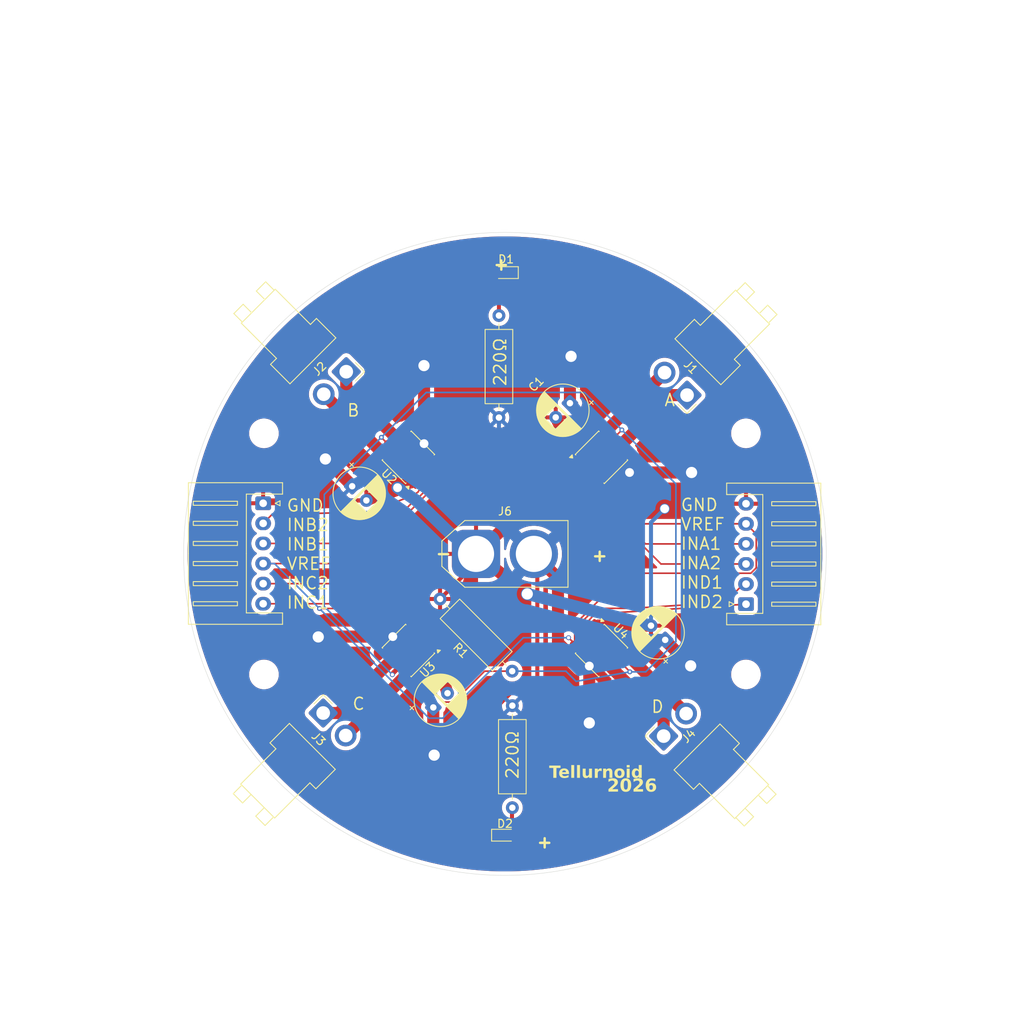
<source format=kicad_pcb>
(kicad_pcb (version 20241229) (generator "pcbnew") (generator_version "9.0")
  (layers (0 "F.Cu" signal) (2 "B.Cu" signal) (13 "F.Paste" user) (15 "B.Paste" user) (5 "F.SilkS" user "F.Silkscreen") (7 "B.SilkS" user "B.Silkscreen") (1 "F.Mask" user) (3 "B.Mask" user) (25 "Edge.Cuts" user))
  (net 0 "")
  (net 1 "Net-(D1-A)")
  (net 2 "Net-(J1-Pin_1)")
  (net 3 "GND")
  (net 4 "INA1")
  (net 5 "INA2")
  (net 6 "Net-(J1-Pin_2)")
  (net 7 "INB2")
  (net 8 "Net-(J2-Pin_1)")
  (net 9 "INB1")
  (net 10 "Net-(J2-Pin_2)")
  (net 11 "INC2")
  (net 12 "INC1")
  (net 13 "Net-(J3-Pin_1)")
  (net 14 "Net-(J3-Pin_2)")
  (net 15 "IND2")
  (net 16 "Net-(J4-Pin_2)")
  (net 17 "Net-(J4-Pin_1)")
  (net 18 "IND1")
  (net 19 "VREF")
  (net 20 "Net-(U1-RS)")
  (net 21 "Net-(D2-A)")
  (net 22 "VCC")
  (footprint "Connector_JST:JST_VH_B2PS-VH_1x02_P3.96mm_Horizontal" (layer "F.Cu") (at 171.213203 128.786797 135)
    (property "Reference" "J1" (at 0.077782 2.788542 135) (layer "F.SilkS"))
    (property "Value" "Conn_01x02_Socket")
    (pad "1" thru_hole roundrect (at -2.06 0 135) (size 2.7 2.7) (drill 1.7) (layers "*.Cu" "*.Mask") (roundrect_rratio 0.092593) (net 2 "Net-(J1-Pin_1)"))
    (pad "2" thru_hole circle (at 1.9 0 135) (size 2.7 2.7) (drill 1.7) (layers "*.Cu" "*.Mask") (net 6 "Net-(J1-Pin_2)"))
  )
  (footprint "Package_SO:HSOP-8-1EP_3.9x4.9mm_P1.27mm_EP2.3x2.3mm" (layer "F.Cu") (at 137.979185 162.020815 -135)
    (property "Reference" "U3" (at 0 -3.4 45) (layer "F.SilkS"))
    (property "Value" "~")
    (pad "1" smd roundrect (at -2.475 -1.905 225) (size 1.95 0.6) (layers "F.Cu" "F.Mask" "F.Paste") (net 3 "GND"))
    (pad "2" smd roundrect (at -2.475 -0.635 225) (size 1.95 0.6) (layers "F.Cu" "F.Mask" "F.Paste") (net 11 "INC2"))
    (pad "3" smd roundrect (at -2.475 0.635 225) (size 1.95 0.6) (layers "F.Cu" "F.Mask" "F.Paste") (net 12 "INC1"))
    (pad "4" smd roundrect (at -2.475 1.905 225) (size 1.95 0.6) (layers "F.Cu" "F.Mask" "F.Paste") (net 19 "VREF"))
    (pad "5" smd roundrect (at 2.475 1.905 225) (size 1.95 0.6) (layers "F.Cu" "F.Mask" "F.Paste") (net 22 "VCC"))
    (pad "6" smd roundrect (at 2.475 0.635 225) (size 1.95 0.6) (layers "F.Cu" "F.Mask" "F.Paste") (net 13 "Net-(J3-Pin_1)"))
    (pad "7" smd roundrect (at 2.475 -0.635 225) (size 1.95 0.6) (layers "F.Cu" "F.Mask" "F.Paste") (net 20 "Net-(U1-RS)"))
    (pad "8" smd roundrect (at 2.475 -1.905 225) (size 1.95 0.6) (layers "F.Cu" "F.Mask" "F.Paste") (net 14 "Net-(J3-Pin_2)"))
    (pad "9" smd rect (at 0 0 225) (size 2.3 2.3) (property pad_prop_heatsink) (layers "F.Cu" "F.Mask") (net 3 "GND"))
  )
  (footprint "MountingHole:MountingHole_3.2mm_M3" (layer "F.Cu") (at 180 135)
    (property "Reference" "H1" (hide yes))
    (property "Value" "MountingHole")
    (pad "" np_thru_hole circle (at 0 0) (size 3.2 3.2) (drill 3.2) (layers "*.Cu" "*.Mask"))
  )
  (footprint "LED_SMD:LED_0603_1608Metric_Pad1.05x0.95mm_HandSolder" (layer "F.Cu") (at 150 185)
    (property "Reference" "D2" (at 0 -1.43 0) (layer "F.SilkS"))
    (property "Value" "LED")
    (pad "1" smd roundrect (at -0.875 0) (size 1.05 0.95) (layers "F.Cu" "F.Mask" "F.Paste") (net 3 "GND"))
    (pad "2" smd roundrect (at 0.875 0) (size 1.05 0.95) (layers "F.Cu" "F.Mask" "F.Paste") (net 21 "Net-(D2-A)"))
  )
  (footprint "MountingHole:MountingHole_3.2mm_M3" (layer "F.Cu") (at 180 165)
    (property "Reference" "H4" (hide yes))
    (property "Value" "MountingHole")
    (pad "" np_thru_hole circle (at 0 0) (size 3.2 3.2) (drill 3.2) (layers "*.Cu" "*.Mask"))
  )
  (footprint "Resistor_THT:R_Axial_DIN0309_L9.0mm_D3.2mm_P12.70mm_Horizontal" (layer "F.Cu") (at 149.25 120.34 -90)
    (property "Reference" "R2" (hide yes))
    (property "Value" "R")
    (pad "1" thru_hole circle (at 0 0 270) (size 1.6 1.6) (drill 0.8) (layers "*.Cu" "*.Mask") (net 1 "Net-(D1-A)"))
    (pad "2" thru_hole circle (at 12.7 0 270) (size 1.6 1.6) (drill 0.8) (layers "*.Cu" "*.Mask") (net 22 "VCC"))
  )
  (footprint "Connector_JST:JST_XH_S6B-XH-A_1x06_P2.50mm_Horizontal" (layer "F.Cu") (at 120 150 -90)
    (property "Reference" "J7" (hide yes))
    (property "Value" "Conn_01x06_Socket")
    (pad "1" thru_hole roundrect (at -6.3 0.1 270) (size 1.7 1.95) (drill 0.95) (layers "*.Cu" "*.Mask") (roundrect_rratio 0.147059) (net 3 "GND"))
    (pad "2" thru_hole oval (at -3.8 0.1 270) (size 1.7 1.95) (drill 0.95) (layers "*.Cu" "*.Mask") (net 7 "INB2"))
    (pad "3" thru_hole oval (at -1.3 0.1 270) (size 1.7 1.95) (drill 0.95) (layers "*.Cu" "*.Mask") (net 9 "INB1"))
    (pad "4" thru_hole oval (at 1.2 0.1 270) (size 1.7 1.95) (drill 0.95) (layers "*.Cu" "*.Mask") (net 19 "VREF"))
    (pad "5" thru_hole oval (at 3.7 0.1 270) (size 1.7 1.95) (drill 0.95) (layers "*.Cu" "*.Mask") (net 11 "INC2"))
    (pad "6" thru_hole oval (at 6.2 0.1 270) (size 1.7 1.95) (drill 0.95) (layers "*.Cu" "*.Mask") (net 12 "INC1"))
  )
  (footprint "Capacitor_THT:CP_Radial_D6.3mm_P2.50mm" (layer "F.Cu") (at 158.088677 131.246117 -135)
    (property "Reference" "C1" (at 1.302759 4.640303 45) (layer "F.SilkS"))
    (property "Value" "C_Polarized_Small_US")
    (pad "1" thru_hole roundrect (at 0 0 225) (size 1.6 1.6) (drill 0.8) (layers "*.Cu" "*.Mask") (roundrect_rratio 0.15625) (net 22 "VCC"))
    (pad "2" thru_hole circle (at 2.5 0 225) (size 1.6 1.6) (drill 0.8) (layers "*.Cu" "*.Mask") (net 3 "GND"))
  )
  (footprint "Package_SO:HSOP-8-1EP_3.9x4.9mm_P1.27mm_EP2.3x2.3mm" (layer "F.Cu") (at 137.979185 137.979185 135)
    (property "Reference" "U2" (at 0 -3.4 135) (layer "F.SilkS"))
    (property "Value" "~")
    (pad "1" smd roundrect (at -2.475 -1.905 135) (size 1.95 0.6) (layers "F.Cu" "F.Mask" "F.Paste") (net 3 "GND"))
    (pad "2" smd roundrect (at -2.475 -0.635 135) (size 1.95 0.6) (layers "F.Cu" "F.Mask" "F.Paste") (net 7 "INB2"))
    (pad "3" smd roundrect (at -2.475 0.635 135) (size 1.95 0.6) (layers "F.Cu" "F.Mask" "F.Paste") (net 9 "INB1"))
    (pad "4" smd roundrect (at -2.475 1.905 135) (size 1.95 0.6) (layers "F.Cu" "F.Mask" "F.Paste") (net 19 "VREF"))
    (pad "5" smd roundrect (at 2.475 1.905 135) (size 1.95 0.6) (layers "F.Cu" "F.Mask" "F.Paste") (net 22 "VCC"))
    (pad "6" smd roundrect (at 2.475 0.635 135) (size 1.95 0.6) (layers "F.Cu" "F.Mask" "F.Paste") (net 8 "Net-(J2-Pin_1)"))
    (pad "7" smd roundrect (at 2.475 -0.635 135) (size 1.95 0.6) (layers "F.Cu" "F.Mask" "F.Paste") (net 20 "Net-(U1-RS)"))
    (pad "8" smd roundrect (at 2.475 -1.905 135) (size 1.95 0.6) (layers "F.Cu" "F.Mask" "F.Paste") (net 10 "Net-(J2-Pin_2)"))
    (pad "9" smd rect (at 0 0 135) (size 2.3 2.3) (property pad_prop_heatsink) (layers "F.Cu" "F.Mask") (net 3 "GND"))
  )
  (footprint "LED_SMD:LED_0603_1608Metric_Pad1.05x0.95mm_HandSolder" (layer "F.Cu") (at 150 115 180)
    (property "Reference" "D1" (at -0.1425 1.66 0) (layer "F.SilkS"))
    (property "Value" "LED")
    (pad "1" smd roundrect (at -0.875 0 180) (size 1.05 0.95) (layers "F.Cu" "F.Mask" "F.Paste") (net 3 "GND"))
    (pad "2" smd roundrect (at 0.875 0 180) (size 1.05 0.95) (layers "F.Cu" "F.Mask" "F.Paste") (net 1 "Net-(D1-A)"))
  )
  (footprint "MountingHole:MountingHole_3.2mm_M3" (layer "F.Cu") (at 120 135)
    (property "Reference" "H2" (hide yes))
    (property "Value" "MountingHole")
    (pad "" np_thru_hole circle (at 0 0) (size 3.2 3.2) (drill 3.2) (layers "*.Cu" "*.Mask"))
  )
  (footprint "MountingHole:MountingHole_3.2mm_M3" (layer "F.Cu") (at 120 165)
    (property "Reference" "H3" (hide yes))
    (property "Value" "MountingHole")
    (pad "" np_thru_hole circle (at 0 0) (size 3.2 3.2) (drill 3.2) (layers "*.Cu" "*.Mask"))
  )
  (footprint "Connector_JST:JST_VH_B2PS-VH_1x02_P3.96mm_Horizontal" (layer "F.Cu") (at 128.786797 171.213203 -45)
    (property "Reference" "J3" (at -0.13435 2.689547 135) (layer "F.SilkS"))
    (property "Value" "Conn_01x02_Socket")
    (pad "1" thru_hole roundrect (at -2.000001 0 315) (size 2.7 2.7) (drill 1.7) (layers "*.Cu" "*.Mask") (roundrect_rratio 0.092593) (net 13 "Net-(J3-Pin_1)"))
    (pad "2" thru_hole circle (at 1.96 0 315) (size 2.7 2.7) (drill 1.7) (layers "*.Cu" "*.Mask") (net 14 "Net-(J3-Pin_2)"))
  )
  (footprint "Resistor_THT:R_Axial_DIN0309_L9.0mm_D3.2mm_P12.70mm_Horizontal" (layer "F.Cu") (at 150.92 181.58 90)
    (property "Reference" "R3" (hide yes))
    (property "Value" "R")
    (pad "1" thru_hole circle (at 0 0 90) (size 1.6 1.6) (drill 0.8) (layers "*.Cu" "*.Mask") (net 21 "Net-(D2-A)"))
    (pad "2" thru_hole circle (at 12.7 0 90) (size 1.6 1.6) (drill 0.8) (layers "*.Cu" "*.Mask") (net 22 "VCC"))
  )
  (footprint "Connector_AMASS:AMASS_XT60-F_1x02_P7.20mm_Vertical" (layer "F.Cu") (at 150 150)
    (property "Reference" "J6" (at 0 -5.3 0) (layer "F.SilkS"))
    (property "Value" "Conn_01x02_Socket")
    (pad "1" thru_hole roundrect (at -3.6 0) (size 6 6) (drill 4.5) (layers "*.Cu" "*.Mask") (net 3 "GND"))
    (pad "2" thru_hole circle (at 3.6 0) (size 6 6) (drill 4.5) (layers "*.Cu" "*.Mask") (net 22 "VCC"))
  )
  (footprint "Connector_JST:JST_VH_B2PS-VH_1x02_P3.96mm_Horizontal" (layer "F.Cu") (at 171.213203 171.213203 45)
    (property "Reference" "J4" (at 0.141421 2.187501 45) (layer "F.SilkS"))
    (property "Value" "Conn_01x02_Socket")
    (pad "1" thru_hole roundrect (at -2.06 0 45) (size 2.7 2.7) (drill 1.7) (layers "*.Cu" "*.Mask") (roundrect_rratio 0.092593) (net 17 "Net-(J4-Pin_1)"))
    (pad "2" thru_hole circle (at 1.9 0 45) (size 2.7 2.7) (drill 1.7) (layers "*.Cu" "*.Mask") (net 16 "Net-(J4-Pin_2)"))
  )
  (footprint "Package_SO:HSOP-8-1EP_3.9x4.9mm_P1.27mm_EP2.3x2.3mm" (layer "F.Cu") (at 162.020815 137.979185 45)
    (property "Reference" "U1" (hide yes))
    (property "Value" "~")
    (pad "1" smd roundrect (at -2.475 -1.905 45) (size 1.95 0.6) (layers "F.Cu" "F.Mask" "F.Paste") (net 3 "GND"))
    (pad "2" smd roundrect (at -2.475 -0.635 45) (size 1.95 0.6) (layers "F.Cu" "F.Mask" "F.Paste") (net 5 "INA2"))
    (pad "3" smd roundrect (at -2.475 0.635 45) (size 1.95 0.6) (layers "F.Cu" "F.Mask" "F.Paste") (net 4 "INA1"))
    (pad "4" smd roundrect (at -2.475 1.905 45) (size 1.95 0.6) (layers "F.Cu" "F.Mask" "F.Paste") (net 19 "VREF"))
    (pad "5" smd roundrect (at 2.475 1.905 45) (size 1.95 0.6) (layers "F.Cu" "F.Mask" "F.Paste") (net 22 "VCC"))
    (pad "6" smd roundrect (at 2.475 0.635 45) (size 1.95 0.6) (layers "F.Cu" "F.Mask" "F.Paste") (net 2 "Net-(J1-Pin_1)"))
    (pad "7" smd roundrect (at 2.475 -0.635 45) (size 1.95 0.6) (layers "F.Cu" "F.Mask" "F.Paste") (net 20 "Net-(U1-RS)"))
    (pad "8" smd roundrect (at 2.475 -1.905 45) (size 1.95 0.6) (layers "F.Cu" "F.Mask" "F.Paste") (net 6 "Net-(J1-Pin_2)"))
    (pad "9" smd rect (at 0 0 45) (size 2.3 2.3) (property pad_prop_heatsink) (layers "F.Cu" "F.Mask") (net 3 "GND"))
  )
  (footprint "Connector_JST:JST_VH_B2PS-VH_1x02_P3.96mm_Horizontal" (layer "F.Cu") (at 128.786797 128.786797 -135)
    (property "Reference" "J2" (at 0.028284 2.611765 45) (layer "F.SilkS"))
    (property "Value" "Conn_01x02_Socket")
    (pad "1" thru_hole roundrect (at -2.06 0 225) (size 2.7 2.7) (drill 1.7) (layers "*.Cu" "*.Mask") (roundrect_rratio 0.092593) (net 8 "Net-(J2-Pin_1)"))
    (pad "2" thru_hole circle (at 1.9 0 225) (size 2.7 2.7) (drill 1.7) (layers "*.Cu" "*.Mask") (net 10 "Net-(J2-Pin_2)"))
  )
  (footprint "Package_SO:HSOP-8-1EP_3.9x4.9mm_P1.27mm_EP2.3x2.3mm" (layer "F.Cu") (at 162.020815 162.020815 -45)
    (property "Reference" "U4" (at 0 -3.4 135) (layer "F.SilkS"))
    (property "Value" "~")
    (pad "1" smd roundrect (at -2.475 -1.905 315) (size 1.95 0.6) (layers "F.Cu" "F.Mask" "F.Paste") (net 3 "GND"))
    (pad "2" smd roundrect (at -2.475 -0.635 315) (size 1.95 0.6) (layers "F.Cu" "F.Mask" "F.Paste") (net 15 "IND2"))
    (pad "3" smd roundrect (at -2.475 0.635 315) (size 1.95 0.6) (layers "F.Cu" "F.Mask" "F.Paste") (net 18 "IND1"))
    (pad "4" smd roundrect (at -2.475 1.905 315) (size 1.95 0.6) (layers "F.Cu" "F.Mask" "F.Paste") (net 19 "VREF"))
    (pad "5" smd roundrect (at 2.475 1.905 315) (size 1.95 0.6) (layers "F.Cu" "F.Mask" "F.Paste") (net 22 "VCC"))
    (pad "6" smd roundrect (at 2.475 0.635 315) (size 1.95 0.6) (layers "F.Cu" "F.Mask" "F.Paste") (net 17 "Net-(J4-Pin_1)"))
    (pad "7" smd roundrect (at 2.475 -0.635 315) (size 1.95 0.6) (layers "F.Cu" "F.Mask" "F.Paste") (net 20 "Net-(U1-RS)"))
    (pad "8" smd roundrect (at 2.475 -1.905 315) (size 1.95 0.6) (layers "F.Cu" "F.Mask" "F.Paste") (net 16 "Net-(J4-Pin_2)"))
    (pad "9" smd rect (at 0 0 315) (size 2.3 2.3) (property pad_prop_heatsink) (layers "F.Cu" "F.Mask") (net 3 "GND"))
  )
  (footprint "Capacitor_THT:CP_Radial_D6.3mm_P2.50mm" (layer "F.Cu") (at 169.947767 160.697767 135)
    (property "Reference" "C4" (hide yes))
    (property "Value" "C_Polarized_Small_US")
    (pad "1" thru_hole roundrect (at 0 0 135) (size 1.6 1.6) (drill 0.8) (layers "*.Cu" "*.Mask") (roundrect_rratio 0.15625) (net 22 "VCC"))
    (pad "2" thru_hole circle (at 2.5 0 135) (size 1.6 1.6) (drill 0.8) (layers "*.Cu" "*.Mask") (net 3 "GND"))
  )
  (footprint "Resistor_THT:R_Axial_DIN0309_L9.0mm_D3.2mm_P12.70mm_Horizontal" (layer "F.Cu") (at 150.9 164.59 135)
    (property "Reference" "R1" (at 6.350001 -2.72 135) (layer "F.SilkS"))
    (property "Value" "R")
    (pad "1" thru_hole circle (at 0 0 135) (size 1.6 1.6) (drill 0.8) (layers "*.Cu" "*.Mask") (net 20 "Net-(U1-RS)"))
    (pad "2" thru_hole circle (at 12.7 0 135) (size 1.6 1.6) (drill 0.8) (layers "*.Cu" "*.Mask") (net 3 "GND"))
  )
  (footprint "Capacitor_THT:CP_Radial_D6.3mm_P2.50mm" (layer "F.Cu") (at 141.081323 169.103883 45)
    (property "Reference" "C3" (hide yes))
    (property "Value" "C_Polarized_Small_US")
    (pad "1" thru_hole roundrect (at 0 0 45) (size 1.6 1.6) (drill 0.8) (layers "*.Cu" "*.Mask") (roundrect_rratio 0.15625) (net 22 "VCC"))
    (pad "2" thru_hole circle (at 2.5 0 45) (size 1.6 1.6) (drill 0.8) (layers "*.Cu" "*.Mask") (net 3 "GND"))
  )
  (footprint "Capacitor_THT:CP_Radial_D6.3mm_P2.50mm" (layer "F.Cu") (at 130.98 141.58 -45)
    (property "Reference" "C2" (hide yes))
    (property "Value" "C_Polarized_Small_US")
    (pad "1" thru_hole roundrect (at 0 0 315) (size 1.6 1.6) (drill 0.8) (layers "*.Cu" "*.Mask") (roundrect_rratio 0.15625) (net 22 "VCC"))
    (pad "2" thru_hole circle (at 2.5 0 315) (size 1.6 1.6) (drill 0.8) (layers "*.Cu" "*.Mask") (net 3 "GND"))
  )
  (footprint "Connector_JST:JST_XH_S6B-XH-A_1x06_P2.50mm_Horizontal" (layer "F.Cu") (at 180 150 90)
    (property "Reference" "J8" (hide yes))
    (property "Value" "Conn_01x06_Socket")
    (pad "1" thru_hole roundrect (at -6.255 0.01 90) (size 1.7 1.95) (drill 0.95) (layers "*.Cu" "*.Mask") (roundrect_rratio 0.147059) (net 15 "IND2"))
    (pad "2" thru_hole oval (at -3.755 0.01 90) (size 1.7 1.95) (drill 0.95) (layers "*.Cu" "*.Mask") (net 18 "IND1"))
    (pad "3" thru_hole oval (at -1.255 0.01 90) (size 1.7 1.95) (drill 0.95) (layers "*.Cu" "*.Mask") (net 5 "INA2"))
    (pad "4" thru_hole oval (at 1.245 0.01 90) (size 1.7 1.95) (drill 0.95) (layers "*.Cu" "*.Mask") (net 4 "INA1"))
    (pad "5" thru_hole oval (at 3.745 0.01 90) (size 1.7 1.95) (drill 0.95) (layers "*.Cu" "*.Mask") (net 19 "VREF"))
    (pad "6" thru_hole oval (at 6.245 0.01 90) (size 1.7 1.95) (drill 0.95) (layers "*.Cu" "*.Mask") (net 3 "GND"))
  )
  (gr_circle (center 150 150) (end 190 150) (stroke (width 0.05)) (fill no) (layer "Edge.Cuts"))
  (gr_text "A" (at 169.75 131.74 0) (layer "F.SilkS") (effects (font (size 1.5 1.5) (thickness 0.1875)) (justify left bottom)))
  (gr_text "GND\nVREF\nINA1\nINA2\nIND1\nIND2" (at 171.79 156.85 0) (layer "F.SilkS") (effects (font (size 1.5 1.5) (thickness 0.1875)) (justify left bottom)))
  (gr_text "Tellurnoid" (at 155.5 178.12 0) (layer "F.SilkS") (effects (font (size 1.5 1.5) (thickness 0.3) (bold yes)) (justify left bottom)))
  (gr_text "+" (at 160.67 151.07 0) (layer "F.SilkS") (effects (font (size 1.5 1.5) (thickness 0.3) (bold yes)) (justify left bottom)))
  (gr_text "+" (at 148.42 114.83 0) (layer "F.SilkS") (effects (font (size 1.5 1.5) (thickness 0.3) (bold yes)) (justify left bottom)))
  (gr_text "220Ω" (at 150.28 129.24 90) (layer "F.SilkS") (effects (font (size 1.5 1.5) (thickness 0.1875)) (justify left bottom)))
  (gr_text "GND\nINB2\nINB1\nVREF\nINC2\nINC1" (at 122.73 156.93 0) (layer "F.SilkS") (effects (font (size 1.5 1.5) (thickness 0.1875)) (justify left bottom)))
  (gr_text "C" (at 130.91 169.53 -0) (layer "F.SilkS") (effects (font (size 1.5 1.5) (thickness 0.1875)) (justify left bottom)))
  (gr_text "+" (at 153.82 186.72 0) (layer "F.SilkS") (effects (font (size 1.5 1.5) (thickness 0.3) (bold yes)) (justify left bottom)))
  (gr_text "220Ω" (at 151.81 178.12 90) (layer "F.SilkS") (effects (font (size 1.5 1.5) (thickness 0.1875)) (justify left bottom)))
  (gr_text "D" (at 168.12 169.89 -0) (layer "F.SilkS") (effects (font (size 1.5 1.5) (thickness 0.1875)) (justify left bottom)))
  (gr_text "-" (at 141.23 150.8 0) (layer "F.SilkS") (effects (font (size 1.5 1.5) (thickness 0.3) (bold yes)) (justify left bottom)))
  (gr_text "2026" (at 162.71 179.85 0) (layer "F.SilkS") (effects (font (size 1.6 1.6) (thickness 0.041667) (bold yes)) (justify left bottom)))
  (gr_text "B" (at 130.25 133.02 0) (layer "F.SilkS") (effects (font (size 1.5 1.5) (thickness 0.1875)) (justify left bottom)))
  (segment (start 149.25 115.125) (end 149.125 115) (width 0.5) (layer "F.Cu") (net 1))
  (segment (start 149.25 120.34) (end 149.25 115.125) (width 0.5) (layer "F.Cu") (net 1))
  (segment (start 170.654589 130.243437) (end 172.669843 130.243437) (width 1.5) (layer "F.Cu") (net 2))
  (segment (start 164.219917 136.678109) (end 170.654589 130.243437) (width 1.5) (layer "F.Cu") (net 2))
  (segment (start 141.919744 155.609744) (end 146.4 151.129488) (width 0.5) (layer "F.Cu") (net 3))
  (segment (start 146.4 150) (end 157.13 140.09) (width 1.5) (layer "F.Cu") (net 3))
  (segment (start 134.24 142.68) (end 132.747767 143.347767) (width 1.5) (layer "F.Cu") (net 3))
  (segment (start 146.4 150) (end 152.78 154.98) (width 1.5) (layer "F.Cu") (net 3))
  (segment (start 149.125 185) (end 149.125 168.905818) (width 0.5) (layer "F.Cu") (net 3))
  (segment (start 150.875 115) (end 150.875 145.525) (width 0.5) (layer "F.Cu") (net 3))
  (segment (start 144.31 158.58) (end 141.076313 161.617764) (width 1.5) (layer "F.Cu") (net 3))
  (segment (start 157.13 140.09) (end 158.923687 138.382236) (width 1.5) (layer "F.Cu") (net 3))
  (segment (start 150.875 145.525) (end 146.4 150) (width 0.5) (layer "F.Cu") (net 3))
  (segment (start 142.84909 167.336116) (end 141.63 163.48) (width 1.5) (layer "F.Cu") (net 3))
  (segment (start 146.4 150) (end 144.31 158.58) (width 1.5) (layer "F.Cu") (net 3))
  (segment (start 136.63 141.760304) (end 137.78 141.24) (width 1.5) (layer "F.Cu") (net 3))
  (segment (start 170.505 143.755) (end 169.88 144.38) (width 0.5) (layer "F.Cu") (net 3))
  (segment (start 136.63 141.760304) (end 134.24 142.68) (width 1.5) (layer "F.Cu") (net 3))
  (segment (start 149.125 168.905818) (end 152.78 165.250818) (width 0.5) (layer "F.Cu") (net 3))
  (segment (start 146.4 151.129488) (end 146.4 150) (width 0.5) (layer "F.Cu") (net 3))
  (segment (start 156.32091 133.013884) (end 157.3 134.94) (width 1.5) (layer "F.Cu") (net 3))
  (segment (start 152.78 165.250818) (end 152.78 154.98) (width 0.5) (layer "F.Cu") (net 3))
  (segment (start 157.3 134.94) (end 158.923687 138.382236) (width 1.5) (layer "F.Cu") (net 3))
  (segment (start 137.78 141.24) (end 138.382236 141.076313) (width 1.5) (layer "F.Cu") (net 3))
  (segment (start 180.01 143.755) (end 170.505 143.755) (width 0.5) (layer "F.Cu") (net 3))
  (segment (start 161.624077 158.93) (end 161.617764 158.923687) (width 1.5) (layer "F.Cu") (net 3))
  (segment (start 141.63 163.48) (end 141.076313 161.617764) (width 1.5) (layer "F.Cu") (net 3))
  (segment (start 119.9 143.7) (end 120.252233 143.347767) (width 0.5) (layer "F.Cu") (net 3))
  (segment (start 168.18 158.93) (end 161.624077 158.93) (width 1.5) (layer "F.Cu") (net 3))
  (segment (start 120.252233 143.347767) (end 132.747767 143.347767) (width 0.5) (layer "F.Cu") (net 3))
  (via (at 136.63 141.760304) (size 1.3) (drill 1.1) (layers "F.Cu" "B.Cu") (net 3))
  (via (at 169.88 144.38) (size 1.3) (drill 1.1) (layers "F.Cu" "B.Cu") (net 3))
  (via (at 152.78 154.98) (size 1.6) (drill 1.4) (layers "F.Cu" "B.Cu") (net 3))
  (segment (start 146.4 150.83) (end 146.4 150) (width 0.5) (layer "B.Cu") (net 3))
  (segment (start 158.15 156.37) (end 152.78 154.98) (width 1.5) (layer "B.Cu") (net 3))
  (segment (start 168.18 146.08) (end 168.18 158.93) (width 0.5) (layer "B.Cu") (net 3))
  (segment (start 169.88 144.38) (end 168.18 146.08) (width 0.5) (layer "B.Cu") (net 3))
  (segment (start 143.07 147.36) (end 146.4 150) (width 1.5) (layer "B.Cu") (net 3))
  (segment (start 136.63 141.760304) (end 138.96 143.36) (width 1.5) (layer "B.Cu") (net 3))
  (segment (start 138.96 143.36) (end 143.07 147.36) (width 1.5) (layer "B.Cu") (net 3))
  (segment (start 168.18 158.93) (end 158.15 156.37) (width 1.5) (layer "B.Cu") (net 3))
  (segment (start 167.491913 148.755) (end 160.474396 141.737483) (width 0.2) (layer "F.Cu") (net 4))
  (segment (start 180.01 148.755) (end 167.491913 148.755) (width 0.2) (layer "F.Cu") (net 4))
  (segment (start 160.474396 140.42363) (end 160.719739 140.178287) (width 0.2) (layer "F.Cu") (net 4))
  (segment (start 160.474396 141.737483) (end 160.474396 140.42363) (width 0.2) (layer "F.Cu") (net 4))
  (segment (start 169.424813 151.255) (end 180.01 151.255) (width 0.2) (layer "F.Cu") (net 5))
  (segment (start 159.576371 141.406558) (end 169.424813 151.255) (width 0.2) (layer "F.Cu") (net 5))
  (segment (start 159.576371 139.525603) (end 159.576371 141.406558) (width 0.2) (layer "F.Cu") (net 5))
  (segment (start 159.821713 139.280261) (end 159.576371 139.525603) (width 0.2) (layer "F.Cu") (net 5))
  (segment (start 162.423866 134.882057) (end 162.430937 134.882057) (width 1.5) (layer "F.Cu") (net 6))
  (segment (start 162.430937 134.882057) (end 169.8697 127.443294) (width 1.5) (layer "F.Cu") (net 6))
  (segment (start 134.49 144.17) (end 133.11 144.77) (width 0.2) (layer "F.Cu") (net 7))
  (segment (start 138.73 142.6) (end 137.45 143.15) (width 0.2) (layer "F.Cu") (net 7))
  (segment (start 137.45 143.15) (end 135.87 143.74) (width 0.2) (layer "F.Cu") (net 7))
  (segment (start 139.15 142.33) (end 138.73 142.6) (width 0.2) (layer "F.Cu") (net 7))
  (segment (start 133.11 144.77) (end 120.982717 145.117283) (width 0.2) (layer "F.Cu") (net 7))
  (segment (start 120.982717 145.117283) (end 119.9 146.2) (width 0.2) (layer "F.Cu") (net 7))
  (segment (start 139.7 141.51) (end 139.15 142.33) (width 0.2) (layer "F.Cu") (net 7))
  (segment (start 135.87 143.74) (end 134.49 144.17) (width 0.2) (layer "F.Cu") (net 7))
  (segment (start 139.525604 140.42363) (end 139.7 141.51) (width 0.2) (layer "F.Cu") (net 7))
  (segment (start 139.280261 140.178287) (end 139.525604 140.42363) (width 0.2) (layer "F.Cu") (net 7))
  (segment (start 120.32 146.2) (end 119.9 146.2) (width 0.2) (layer "B.Cu") (net 7))
  (segment (start 136.678109 135.780083) (end 130.243437 129.345411) (width 1.5) (layer "F.Cu") (net 8))
  (segment (start 130.243437 129.345411) (end 130.243437 127.330157) (width 1.5) (layer "F.Cu") (net 8))
  (segment (start 139.1 142.97) (end 133.37 148.7) (width 0.2) (layer "F.Cu") (net 9))
  (segment (start 140.423629 141.796371) (end 139.34 142.88) (width 0.2) (layer "F.Cu") (net 9))
  (segment (start 133.37 148.7) (end 119.9 148.7) (width 0.2) (layer "F.Cu") (net 9))
  (segment (start 139.34 142.9) (end 139.1 142.97) (width 0.2) (layer "F.Cu") (net 9))
  (segment (start 140.423629 139.525603) (end 140.423629 141.796371) (width 0.2) (layer "F.Cu") (net 9))
  (segment (start 139.34 142.88) (end 139.34 142.9) (width 0.2) (layer "F.Cu") (net 9))
  (segment (start 140.178287 139.280261) (end 140.423629 139.525603) (width 0.2) (layer "F.Cu") (net 9))
  (segment (start 134.882057 137.576134) (end 134.882057 137.569063) (width 1.5) (layer "F.Cu") (net 10))
  (segment (start 134.882057 137.569063) (end 127.443294 130.1303) (width 1.5) (layer "F.Cu") (net 10))
  (segment (start 140.178287 160.719739) (end 140.423629 160.474397) (width 0.2) (layer "F.Cu") (net 11))
  (segment (start 136.0471 153.7) (end 119.9 153.7) (width 0.2) (layer "F.Cu") (net 11))
  (segment (start 140.423629 158.076529) (end 136.0471 153.7) (width 0.2) (layer "F.Cu") (net 11))
  (segment (start 140.423629 160.474397) (end 140.423629 158.076529) (width 0.2) (layer "F.Cu") (net 11))
  (segment (start 139.56 159.541974) (end 139.280261 159.821713) (width 0.2) (layer "F.Cu") (net 12))
  (segment (start 137.98 156.2) (end 139.56 157.78) (width 0.2) (layer "F.Cu") (net 12))
  (segment (start 119.9 156.2) (end 137.98 156.2) (width 0.2) (layer "F.Cu") (net 12))
  (segment (start 139.56 157.78) (end 139.56 159.541974) (width 0.2) (layer "F.Cu") (net 12))
  (segment (start 135.780083 163.321891) (end 129.302985 169.798989) (width 1.5) (layer "F.Cu") (net 13))
  (segment (start 129.302985 169.798989) (end 127.372583 169.798989) (width 1.5) (layer "F.Cu") (net 13))
  (segment (start 137.576134 165.117943) (end 137.576134 165.195724) (width 1.5) (layer "F.Cu") (net 14))
  (segment (start 137.576134 165.195724) (end 130.172726 172.599132) (width 1.5) (layer "F.Cu") (net 14))
  (segment (start 161.14 157.48) (end 180.01 156.255) (width 0.2) (layer "F.Cu") (net 15))
  (segment (start 160.719739 159.821713) (end 160.474396 159.57637) (width 0.2) (layer "F.Cu") (net 15))
  (segment (start 160.474396 159.57637) (end 160.474396 158.262517) (width 0.2) (layer "F.Cu") (net 15))
  (segment (start 160.474396 158.262517) (end 161.14 157.48) (width 0.2) (layer "F.Cu") (net 15))
  (segment (start 165.117943 162.423866) (end 165.117943 162.430937) (width 1.5) (layer "F.Cu") (net 16))
  (segment (start 165.117943 162.430937) (end 172.556706 169.8697) (width 1.5) (layer "F.Cu") (net 16))
  (segment (start 163.321891 164.219917) (end 169.756563 170.654589) (width 1.5) (layer "F.Cu") (net 17))
  (segment (start 169.756563 170.654589) (end 169.756563 172.669843) (width 1.5) (layer "F.Cu") (net 17))
  (segment (start 165.829853 156.7737) (end 177.418617 156.021383) (width 0.2) (layer "F.Cu") (net 18))
  (segment (start 161.265174 156.7737) (end 165.829853 156.7737) (width 0.2) (layer "F.Cu") (net 18))
  (segment (start 159.821713 160.719739) (end 159.576371 160.474397) (width 0.2) (layer "F.Cu") (net 18))
  (segment (start 159.576371 158.462503) (end 161.265174 156.7737) (width 0.2) (layer "F.Cu") (net 18))
  (segment (start 179.685 153.755) (end 180.01 153.755) (width 0.2) (layer "F.Cu") (net 18))
  (segment (start 159.576371 160.474397) (end 159.576371 158.462503) (width 0.2) (layer "F.Cu") (net 18))
  (segment (start 177.418617 156.021383) (end 179.685 153.755) (width 0.2) (layer "F.Cu") (net 18))
  (segment (start 138.382236 158.923687) (end 138.382236 158.222236) (width 0.2) (layer "F.Cu") (net 19))
  (segment (start 141.321655 141.528533) (end 141.321655 138.627578) (width 0.2) (layer "F.Cu") (net 19))
  (segment (start 126.92 156.79) (end 126.91 156.8) (width 0.2) (layer "F.Cu") (net 19))
  (segment (start 141.321655 138.627578) (end 141.076313 138.382236) (width 0.2) (layer "F.Cu") (net 19))
  (segment (start 138.382236 158.222236) (end 136.98 156.82) (width 0.2) (layer "F.Cu") (net 19))
  (segment (start 180.61176 152.406) (end 181.286 151.73176) (width 0.2) (layer "F.Cu") (net 19))
  (segment (start 158.678345 158.793429) (end 165.065774 152.406) (width 0.2) (layer "F.Cu") (net 19))
  (segment (start 180.01 146.255) (end 166.796451 146.255) (width 0.2) (layer "F.Cu") (net 19))
  (segment (start 166.796451 146.255) (end 161.617764 141.076313) (width 0.2) (layer "F.Cu") (net 19))
  (segment (start 119.9 151.2) (end 131.650188 151.2) (width 0.2) (layer "F.Cu") (net 19))
  (segment (start 165.065774 152.406) (end 180.61176 152.406) (width 0.2) (layer "F.Cu") (net 19))
  (segment (start 158.923687 161.433687) (end 157.92 160.43) (width 0.2) (layer "F.Cu") (net 19))
  (segment (start 181.286 147.531) (end 180.01 146.255) (width 0.2) (layer "F.Cu") (net 19))
  (segment (start 131.650188 151.2) (end 141.321655 141.528533) (width 0.2) (layer "F.Cu") (net 19))
  (segment (start 136.95 156.79) (end 126.92 156.79) (width 0.2) (layer "F.Cu") (net 19))
  (segment (start 136.98 156.82) (end 136.95 156.79) (width 0.2) (layer "F.Cu") (net 19))
  (segment (start 158.923687 161.617764) (end 158.923687 161.433687) (width 0.2) (layer "F.Cu") (net 19))
  (segment (start 181.286 151.73176) (end 181.286 147.531) (width 0.2) (layer "F.Cu") (net 19))
  (segment (start 158.678345 161.372422) (end 158.678345 158.793429) (width 0.2) (layer "F.Cu") (net 19))
  (segment (start 158.923687 161.617764) (end 158.678345 161.372422) (width 0.2) (layer "F.Cu") (net 19))
  (via (at 157.92 160.43) (size 0.6) (drill 0.4) (layers "F.Cu" "B.Cu") (net 19))
  (via (at 126.91 156.8) (size 0.6) (drill 0.3) (layers "F.Cu" "B.Cu") (net 19))
  (segment (start 119.9 151.2) (end 121.31 151.2) (width 0.2) (layer "B.Cu") (net 19))
  (segment (start 157.92 160.43) (end 152.28 160.43) (width 0.2) (layer "B.Cu") (net 19))
  (segment (start 142.272402 170.437598) (end 140.547598 170.437598) (width 0.2) (layer "B.Cu") (net 19))
  (segment (start 152.28 160.43) (end 142.272402 170.437598) (width 0.2) (layer "B.Cu") (net 19))
  (segment (start 121.31 151.2) (end 126.91 156.8) (width 0.2) (layer "B.Cu") (net 19))
  (segment (start 140.547598 170.437598) (end 126.91 156.8) (width 0.2) (layer "B.Cu") (net 19))
  (segment (start 143.62 168.437116) (end 147.467116 164.59) (width 0.2) (layer "F.Cu") (net 20))
  (segment (start 138.237304 163.974575) (end 136.923451 163.974575) (width 0.2) (layer "F.Cu") (net 20))
  (segment (start 165.544871 164.675129) (end 165.544871 164.646845) (width 0.2) (layer "F.Cu") (net 20))
  (segment (start 165.544871 164.646845) (end 164.219917 163.321891) (width 0.2) (layer "F.Cu") (net 20))
  (segment (start 134.620129 135.489871) (end 134.620129 135.518155) (width 0.2) (layer "F.Cu") (net 20))
  (segment (start 138.719502 164.456773) (end 138.237304 163.974575) (width 0.2) (layer "F.Cu") (net 20))
  (segment (start 163.321891 135.780083) (end 163.350175 135.780083) (width 0.2) (layer "F.Cu") (net 20))
  (segment (start 138.719502 164.763578) (end 138.719502 164.456773) (width 0.2) (layer "F.Cu") (net 20))
  (segment (start 134.620129 135.518155) (end 135.780083 136.678109) (width 0.2) (layer "F.Cu") (net 20))
  (segment (start 147.467116 164.59) (end 150.9 164.59) (width 0.2) (layer "F.Cu") (net 20))
  (segment (start 136.923451 163.974575) (end 136.678109 164.219917) (width 0.2) (layer "F.Cu") (net 20))
  (segment (start 135.98131 165.02278) (end 135.98131 164.916716) (width 0.2) (layer "F.Cu") (net 20))
  (segment (start 135.98131 164.916716) (end 136.678109 164.219917) (width 0.2) (layer "F.Cu") (net 20))
  (segment (start 143.62 168.437116) (end 142.39304 168.437116) (width 0.2) (layer "F.Cu") (net 20))
  (segment (start 163.350175 135.780083) (end 164.555129 134.575129) (width 0.2) (layer "F.Cu") (net 20))
  (segment (start 142.39304 168.437116) (end 138.719502 164.763578) (width 0.2) (layer "F.Cu") (net 20))
  (via (at 134.620129 135.489871) (size 0.6) (drill 0.3) (layers "F.Cu" "B.Cu") (net 20))
  (via (at 135.98131 165.02278) (size 0.6) (drill 0.4) (layers "F.Cu" "B.Cu") (net 20))
  (via (at 164.555129 134.575129) (size 0.6) (drill 0.3) (layers "F.Cu" "B.Cu") (net 20))
  (via (at 165.544871 164.675129) (size 0.6) (drill 0.3) (layers "F.Cu" "B.Cu") (net 20))
  (segment (start 158.85 165.86) (end 157.58 164.59) (width 0.2) (layer "B.Cu") (net 20))
  (segment (start 140.197598 129.912402) (end 134.620129 135.489871) (width 0.2) (layer "B.Cu") (net 20))
  (segment (start 171.281482 160.921102) (end 167.527455 164.675129) (width 0.2) (layer "B.Cu") (net 20))
  (segment (start 171.281482 141.301482) (end 171.281482 160.921102) (width 0.2) (layer "B.Cu") (net 20))
  (segment (start 157.58 164.59) (end 150.9 164.59) (width 0.2) (layer "B.Cu") (net 20))
  (segment (start 164.555129 134.575129) (end 159.892402 129.912402) (width 0.2) (layer "B.Cu") (net 20))
  (segment (start 167.527455 164.675129) (end 165.544871 164.675129) (width 0.2) (layer "B.Cu") (net 20))
  (segment (start 127.511 156.55247) (end 135.98131 165.02278) (width 0.2) (layer "B.Cu") (net 20))
  (segment (start 159.892402 129.912402) (end 140.197598 129.912402) (width 0.2) (layer "B.Cu") (net 20))
  (segment (start 164.555129 134.575129) (end 171.281482 141.301482) (width 0.2) (layer "B.Cu") (net 20))
  (segment (start 158.85 165.86) (end 165.544871 164.675129) (width 0.2) (layer "B.Cu") (net 20))
  (segment (start 134.620129 135.489871) (end 127.511 142.599) (width 0.2) (layer "B.Cu") (net 20))
  (segment (start 127.511 142.599) (end 127.511 156.55247) (width 0.2) (layer "B.Cu") (net 20))
  (segment (start 150.875 185) (end 150.875 181.625) (width 0.5) (layer "F.Cu") (net 21))
  (segment (start 150.875 181.625) (end 150.92 181.58) (width 0.5) (layer "F.Cu") (net 21))
  (segment (start 136.04 160.29) (end 136.04 160.656396) (width 1.5) (layer "F.Cu") (net 22))
  (segment (start 169.947767 160.757767) (end 173.12 163.93) (width 1.5) (layer "F.Cu") (net 22))
  (segment (start 165.51 137.968191) (end 165.422706 137.880897) (width 1.5) (layer "F.Cu") (net 22))
  (segment (start 141.081323 174.931323) (end 141.19 175.04) (width 1.5) (layer "F.Cu") (net 22))
  (segment (start 156.6 153) (end 153.6 150) (width 1.5) (layer "F.Cu") (net 22))
  (segment (start 136.04 160.656396) (end 134.41 162.28) (width 1.5) (layer "F.Cu") (net 22))
  (segment (start 130.98 141.52) (end 127.65 138.19) (width 1.5) (layer "F.Cu") (net 22))
  (segment (start 130.98 141.58) (end 130.98 141.52) (width 1.5) (layer "F.Cu") (net 22))
  (segment (start 139.583604 136.28) (end 137.880897 134.577293) (width 1.5) (layer "F.Cu") (net 22))
  (segment (start 160.5 163.95) (end 160.5 171.03) (width 1.5) (layer "F.Cu") (net 22))
  (segment (start 126.8 160.29) (end 126.76 160.33) (width 1.5) (layer "F.Cu") (net 22))
  (segment (start 139.93 126.58) (end 139.92 126.57) (width 1.5) (layer "F.Cu") (net 22))
  (segment (start 136.04 160.29) (end 126.8 160.29) (width 1.5) (layer "F.Cu") (net 22))
  (segment (start 165.51 139.87) (end 165.51 137.968191) (width 1.5) (layer "F.Cu") (net 22))
  (segment (start 141.081323 169.103883) (end 141.081323 174.931323) (width 1.5) (layer "F.Cu") (net 22))
  (segment (start 159.486741 163.95) (end 156.6 161.063259) (width 1.5) (layer "F.Cu") (net 22))
  (segment (start 169.947767 160.697767) (end 169.947767 160.757767) (width 1.5) (layer "F.Cu") (net 22))
  (segment (start 160.646396 163.95) (end 162.119103 165.422707) (width 1.5) (layer "F.Cu") (net 22))
  (segment (start 156.6 161.063259) (end 156.6 153) (width 1.5) (layer "F.Cu") (net 22))
  (segment (start 139.93 136.28) (end 139.93 126.58) (width 1.5) (layer "F.Cu") (net 22))
  (segment (start 154.031 165.769) (end 154.031 150.431) (width 0.5) (layer "F.Cu") (net 22))
  (segment (start 154.031 150.431) (end 153.6 150) (width 0.5) (layer "F.Cu") (net 22))
  (segment (start 160.5 163.95) (end 159.486741 163.95) (width 1.5) (layer "F.Cu") (net 22))
  (segment (start 160.5 163.95) (end 160.646396 163.95) (width 1.5) (layer "F.Cu") (net 22))
  (segment (start 150.92 168.88) (end 154.031 165.769) (width 0.5) (layer "F.Cu") (net 22))
  (segment (start 158.088677 131.246117) (end 158.088677 125.561323) (width 1.5) (layer "F.Cu") (net 22))
  (segment (start 139.93 136.28) (end 139.583604 136.28) (width 1.5) (layer "F.Cu") (net 22))
  (segment (start 158.088677 125.561323) (end 158.23 125.42) (width 1.5) (layer "F.Cu") (net 22))
  (segment (start 165.51 139.87) (end 173.23 139.87) (width 1.5) (layer "F.Cu") (net 22))
  (via (at 160.5 163.95) (size 1.3) (drill 1.1) (layers "F.Cu" "B.Cu") (net 22))
  (via (at 173.12 163.93) (size 1.6) (drill 1.4) (layers "F.Cu" "B.Cu") (net 22))
  (via (at 127.65 138.19) (size 1.6) (drill 1.4) (layers "F.Cu" "B.Cu") (net 22))
  (via (at 139.93 136.28) (size 1.3) (drill 1.1) (layers "F.Cu" "B.Cu") (net 22))
  (via (at 141.19 175.04) (size 1.6) (drill 1.4) (layers "F.Cu" "B.Cu") (net 22))
  (via (at 160.5 171.03) (size 1.6) (drill 1.4) (layers "F.Cu" "B.Cu") (net 22))
  (via (at 139.92 126.57) (size 1.6) (drill 1.4) (layers "F.Cu" "B.Cu") (net 22))
  (via (at 165.51 139.87) (size 1.3) (drill 1.1) (layers "F.Cu" "B.Cu") (net 22))
  (via (at 173.23 139.87) (size 1.6) (drill 1.4) (layers "F.Cu" "B.Cu") (net 22))
  (via (at 158.23 125.42) (size 1.6) (drill 1.4) (layers "F.Cu" "B.Cu") (net 22))
  (via (at 136.04 160.29) (size 1.3) (drill 1.1) (layers "F.Cu" "B.Cu") (net 22))
  (via (at 126.76 160.33) (size 1.6) (drill 1.4) (layers "F.Cu" "B.Cu") (net 22))
  (segment (start 153.6 150) (end 161.96 143.3) (width 1.5) (layer "B.Cu") (net 22))
  (segment (start 160.52 134.16) (end 165.51 139.87) (width 1.5) (layer "B.Cu") (net 22))
  (segment (start 163.752233 160.697767) (end 160.5 163.95) (width 1.5) (layer "B.Cu") (net 22))
  (segment (start 141.081323 169.103883) (end 139.18 165.28) (width 1.5) (layer "B.Cu") (net 22))
  (segment (start 161.96 143.3) (end 165.51 139.87) (width 1.5) (layer "B.Cu") (net 22))
  (segment (start 153.6 150) (end 139.93 136.33) (width 1.5) (layer "B.Cu") (net 22))
  (segment (start 169.947767 160.697767) (end 163.752233 160.697767) (width 1.5) (layer "B.Cu") (net 22))
  (segment (start 149.25 145.65) (end 153.6 150) (width 0.5) (layer "B.Cu") (net 22))
  (segment (start 158.088677 131.246117) (end 160.52 134.16) (width 1.5) (layer "B.Cu") (net 22))
  (segment (start 153.6 150) (end 149.95 154.62) (width 1.5) (layer "B.Cu") (net 22))
  (segment (start 134.62 139.62) (end 139.93 136.28) (width 1.5) (layer "B.Cu") (net 22))
  (segment (start 149.95 154.62) (end 136.04 160.29) (width 1.5) (layer "B.Cu") (net 22))
  (segment (start 149.25 133.04) (end 149.25 145.65) (width 0.5) (layer "B.Cu") (net 22))
  (segment (start 130.98 141.58) (end 134.62 139.62) (width 1.5) (layer "B.Cu") (net 22))
  (segment (start 139.93 136.33) (end 139.93 136.28) (width 1.5) (layer "B.Cu") (net 22))
  (segment (start 139.18 165.28) (end 136.04 160.29) (width 1.5) (layer "B.Cu") (net 22))
  (zone (net 3) (net_name "GND") (layer "F.Cu") (priority 1) (connect_pads (clearance 0.5)) (min_thickness 0.25) (fill yes (thermal_gap 0.5) (thermal_bridge_width 0.5))
    (polygon (pts (xy 109.79 112.85) (xy 101.44 125.68) (xy 87.14 167.47) (xy 98.86 200.8) (xy 196.36 208.51) (xy 214.26 189.07) (xy 203.15 104.22) (xy 174.46 81.08) (xy 118.3 91.57)))
  )
  (zone (net 22) (net_name "VCC") (layer "B.Cu") (connect_pads (clearance 0.5)) (min_thickness 0.25) (fill yes (thermal_gap 0.5) (thermal_bridge_width 0.5))
    (polygon (pts (xy 108.43 120.15) (xy 96.11 156.93) (xy 104.15 192.1) (xy 204.14 195.5) (xy 189.5 100.33) (xy 134.68 95.68) (xy 108.79 116.4) (xy 108.43 120.17)))
  )
)
</source>
